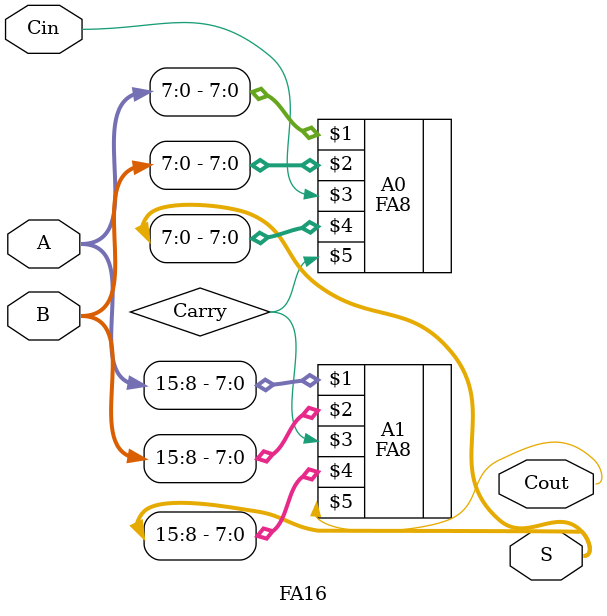
<source format=v>
module FA16(A, B, Cin, S, Cout);
input [15:0] A, B;
input Cin;
output [15:0] S;
output Cout;
wire [15:0] A, B;
wire [15:0] S;
wire Carry;
FA8 A0 (A[7:0], B[7:0], Cin, S[7:0], Carry);
FA8 A1 (A[15:8], B[15:8], Carry, S[15:8], Cout);
endmodule

</source>
